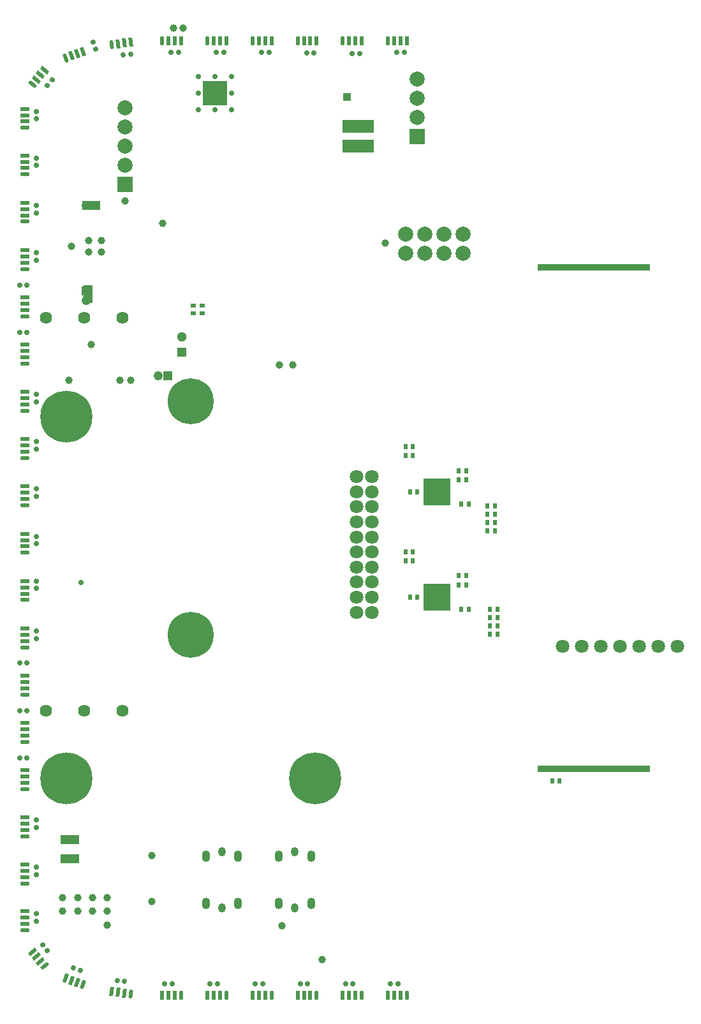
<source format=gbs>
G04*
<<<<<<< HEAD
G04 #@! TF.GenerationSoftware,Altium Limited,Altium Designer,24.2.2 (26)*
=======
G04 #@! TF.GenerationSoftware,Altium Limited,Altium Designer,25.1.2 (22)*
>>>>>>> 613e14270cc375eb23a491e7e857863a29f37ea3
G04*
G04 Layer_Color=16711935*
%FSLAX43Y43*%
%MOMM*%
G71*
G04*
<<<<<<< HEAD
G04 #@! TF.SameCoordinates,ED9163A0-6DB0-4723-8498-66EEF6ED2332*
=======
G04 #@! TF.SameCoordinates,67307762-3149-45A4-8697-BBC3368EA460*
>>>>>>> 613e14270cc375eb23a491e7e857863a29f37ea3
G04*
G04*
G04 #@! TF.FilePolarity,Negative*
G04*
G01*
G75*
%ADD20R,3.100X1.700*%
G04:AMPARAMS|DCode=30|XSize=0.6mm|YSize=0.7mm|CornerRadius=0.175mm|HoleSize=0mm|Usage=FLASHONLY|Rotation=180.000|XOffset=0mm|YOffset=0mm|HoleType=Round|Shape=RoundedRectangle|*
%AMROUNDEDRECTD30*
21,1,0.600,0.350,0,0,180.0*
21,1,0.250,0.700,0,0,180.0*
1,1,0.350,-0.125,0.175*
1,1,0.350,0.125,0.175*
1,1,0.350,0.125,-0.175*
1,1,0.350,-0.125,-0.175*
%
%ADD30ROUNDEDRECTD30*%
G04:AMPARAMS|DCode=32|XSize=0.6mm|YSize=0.7mm|CornerRadius=0.175mm|HoleSize=0mm|Usage=FLASHONLY|Rotation=90.000|XOffset=0mm|YOffset=0mm|HoleType=Round|Shape=RoundedRectangle|*
%AMROUNDEDRECTD32*
21,1,0.600,0.350,0,0,90.0*
21,1,0.250,0.700,0,0,90.0*
1,1,0.350,0.175,0.125*
1,1,0.350,0.175,-0.125*
1,1,0.350,-0.175,-0.125*
1,1,0.350,-0.175,0.125*
%
%ADD32ROUNDEDRECTD32*%
%ADD40R,1.200X1.700*%
%ADD41R,0.350X1.600*%
%ADD42R,0.550X1.600*%
%ADD50R,0.600X0.700*%
%ADD51R,0.700X0.600*%
%ADD76C,6.900*%
%ADD77C,2.000*%
%ADD78R,2.000X2.000*%
%ADD79C,1.800*%
%ADD80C,0.950*%
%ADD81R,0.950X0.950*%
%ADD82C,1.300*%
%ADD83R,1.300X1.300*%
%ADD84O,1.000X1.250*%
%ADD85O,1.100X1.500*%
%ADD86C,1.000*%
%ADD87C,1.220*%
%ADD88R,1.220X1.220*%
%ADD89C,0.100*%
%ADD90C,1.624*%
%ADD91R,1.220X1.220*%
%ADD92C,6.100*%
%ADD93C,0.700*%
%ADD184R,1.125X1.125*%
%ADD185R,3.625X3.650*%
%ADD186R,3.200X3.175*%
%ADD187R,1.300X2.375*%
%ADD188R,2.375X1.300*%
%ADD189R,14.950X0.950*%
G04:AMPARAMS|DCode=190|XSize=0.6mm|YSize=0.7mm|CornerRadius=0.175mm|HoleSize=0mm|Usage=FLASHONLY|Rotation=230.000|XOffset=0mm|YOffset=0mm|HoleType=Round|Shape=RoundedRectangle|*
%AMROUNDEDRECTD190*
21,1,0.600,0.350,0,0,230.0*
21,1,0.250,0.700,0,0,230.0*
1,1,0.350,-0.214,0.017*
1,1,0.350,-0.054,0.208*
1,1,0.350,0.214,-0.017*
1,1,0.350,0.054,-0.208*
%
%ADD190ROUNDEDRECTD190*%
G04:AMPARAMS|DCode=191|XSize=0.6mm|YSize=0.7mm|CornerRadius=0.175mm|HoleSize=0mm|Usage=FLASHONLY|Rotation=290.000|XOffset=0mm|YOffset=0mm|HoleType=Round|Shape=RoundedRectangle|*
%AMROUNDEDRECTD191*
21,1,0.600,0.350,0,0,290.0*
21,1,0.250,0.700,0,0,290.0*
1,1,0.350,-0.122,-0.177*
1,1,0.350,-0.207,0.058*
1,1,0.350,0.122,0.177*
1,1,0.350,0.207,-0.058*
%
%ADD191ROUNDEDRECTD191*%
G04:AMPARAMS|DCode=192|XSize=0.6mm|YSize=0.7mm|CornerRadius=0.175mm|HoleSize=0mm|Usage=FLASHONLY|Rotation=187.000|XOffset=0mm|YOffset=0mm|HoleType=Round|Shape=RoundedRectangle|*
%AMROUNDEDRECTD192*
21,1,0.600,0.350,0,0,187.0*
21,1,0.250,0.700,0,0,187.0*
1,1,0.350,-0.145,0.158*
1,1,0.350,0.103,0.189*
1,1,0.350,0.145,-0.158*
1,1,0.350,-0.103,-0.189*
%
%ADD192ROUNDEDRECTD192*%
G04:AMPARAMS|DCode=193|XSize=0.6mm|YSize=0.7mm|CornerRadius=0.175mm|HoleSize=0mm|Usage=FLASHONLY|Rotation=353.000|XOffset=0mm|YOffset=0mm|HoleType=Round|Shape=RoundedRectangle|*
%AMROUNDEDRECTD193*
21,1,0.600,0.350,0,0,353.0*
21,1,0.250,0.700,0,0,353.0*
1,1,0.350,0.103,-0.189*
1,1,0.350,-0.145,-0.158*
1,1,0.350,-0.103,0.189*
1,1,0.350,0.145,0.158*
%
%ADD193ROUNDEDRECTD193*%
G04:AMPARAMS|DCode=194|XSize=0.6mm|YSize=0.7mm|CornerRadius=0.175mm|HoleSize=0mm|Usage=FLASHONLY|Rotation=340.000|XOffset=0mm|YOffset=0mm|HoleType=Round|Shape=RoundedRectangle|*
%AMROUNDEDRECTD194*
21,1,0.600,0.350,0,0,340.0*
21,1,0.250,0.700,0,0,340.0*
1,1,0.350,0.058,-0.207*
1,1,0.350,-0.177,-0.122*
1,1,0.350,-0.058,0.207*
1,1,0.350,0.177,0.122*
%
%ADD194ROUNDEDRECTD194*%
G04:AMPARAMS|DCode=195|XSize=0.6mm|YSize=0.7mm|CornerRadius=0.175mm|HoleSize=0mm|Usage=FLASHONLY|Rotation=310.000|XOffset=0mm|YOffset=0mm|HoleType=Round|Shape=RoundedRectangle|*
%AMROUNDEDRECTD195*
21,1,0.600,0.350,0,0,310.0*
21,1,0.250,0.700,0,0,310.0*
1,1,0.350,-0.054,-0.208*
1,1,0.350,-0.214,-0.017*
1,1,0.350,0.054,0.208*
1,1,0.350,0.214,0.017*
%
%ADD195ROUNDEDRECTD195*%
G04:AMPARAMS|DCode=196|XSize=1.19mm|YSize=0.5mm|CornerRadius=0mm|HoleSize=0mm|Usage=FLASHONLY|Rotation=320.000|XOffset=0mm|YOffset=0mm|HoleType=Round|Shape=Rectangle|*
%AMROTATEDRECTD196*
4,1,4,-0.616,0.191,-0.295,0.574,0.616,-0.191,0.295,-0.574,-0.616,0.191,0.0*
%
%ADD196ROTATEDRECTD196*%

G04:AMPARAMS|DCode=197|XSize=1.19mm|YSize=0.5mm|CornerRadius=0.15mm|HoleSize=0mm|Usage=FLASHONLY|Rotation=320.000|XOffset=0mm|YOffset=0mm|HoleType=Round|Shape=RoundedRectangle|*
%AMROUNDEDRECTD197*
21,1,1.190,0.200,0,0,320.0*
21,1,0.890,0.500,0,0,320.0*
1,1,0.300,0.277,-0.363*
1,1,0.300,-0.405,0.209*
1,1,0.300,-0.277,0.363*
1,1,0.300,0.405,-0.209*
%
%ADD197ROUNDEDRECTD197*%
%ADD198R,0.500X1.190*%
G04:AMPARAMS|DCode=199|XSize=1.19mm|YSize=0.5mm|CornerRadius=0.15mm|HoleSize=0mm|Usage=FLASHONLY|Rotation=90.000|XOffset=0mm|YOffset=0mm|HoleType=Round|Shape=RoundedRectangle|*
%AMROUNDEDRECTD199*
21,1,1.190,0.200,0,0,90.0*
21,1,0.890,0.500,0,0,90.0*
1,1,0.300,0.100,0.445*
1,1,0.300,0.100,-0.445*
1,1,0.300,-0.100,-0.445*
1,1,0.300,-0.100,0.445*
%
%ADD199ROUNDEDRECTD199*%
%ADD200R,1.190X0.500*%
G04:AMPARAMS|DCode=201|XSize=1.19mm|YSize=0.5mm|CornerRadius=0.15mm|HoleSize=0mm|Usage=FLASHONLY|Rotation=0.000|XOffset=0mm|YOffset=0mm|HoleType=Round|Shape=RoundedRectangle|*
%AMROUNDEDRECTD201*
21,1,1.190,0.200,0,0,0.0*
21,1,0.890,0.500,0,0,0.0*
1,1,0.300,0.445,-0.100*
1,1,0.300,-0.445,-0.100*
1,1,0.300,-0.445,0.100*
1,1,0.300,0.445,0.100*
%
%ADD201ROUNDEDRECTD201*%
G04:AMPARAMS|DCode=202|XSize=1.19mm|YSize=0.5mm|CornerRadius=0mm|HoleSize=0mm|Usage=FLASHONLY|Rotation=290.000|XOffset=0mm|YOffset=0mm|HoleType=Round|Shape=Rectangle|*
%AMROTATEDRECTD202*
4,1,4,-0.438,0.474,0.031,0.645,0.438,-0.474,-0.031,-0.645,-0.438,0.474,0.0*
%
%ADD202ROTATEDRECTD202*%

G04:AMPARAMS|DCode=203|XSize=1.19mm|YSize=0.5mm|CornerRadius=0.15mm|HoleSize=0mm|Usage=FLASHONLY|Rotation=290.000|XOffset=0mm|YOffset=0mm|HoleType=Round|Shape=RoundedRectangle|*
%AMROUNDEDRECTD203*
21,1,1.190,0.200,0,0,290.0*
21,1,0.890,0.500,0,0,290.0*
1,1,0.300,0.058,-0.452*
1,1,0.300,-0.246,0.384*
1,1,0.300,-0.058,0.452*
1,1,0.300,0.246,-0.384*
%
%ADD203ROUNDEDRECTD203*%
G04:AMPARAMS|DCode=204|XSize=1.19mm|YSize=0.5mm|CornerRadius=0mm|HoleSize=0mm|Usage=FLASHONLY|Rotation=277.000|XOffset=0mm|YOffset=0mm|HoleType=Round|Shape=Rectangle|*
%AMROTATEDRECTD204*
4,1,4,-0.321,0.560,0.176,0.621,0.321,-0.560,-0.176,-0.621,-0.321,0.560,0.0*
%
%ADD204ROTATEDRECTD204*%

G04:AMPARAMS|DCode=205|XSize=1.19mm|YSize=0.5mm|CornerRadius=0.15mm|HoleSize=0mm|Usage=FLASHONLY|Rotation=277.000|XOffset=0mm|YOffset=0mm|HoleType=Round|Shape=RoundedRectangle|*
%AMROUNDEDRECTD205*
21,1,1.190,0.200,0,0,277.0*
21,1,0.890,0.500,0,0,277.0*
1,1,0.300,-0.045,-0.454*
1,1,0.300,-0.153,0.430*
1,1,0.300,0.045,0.454*
1,1,0.300,0.153,-0.430*
%
%ADD205ROUNDEDRECTD205*%
G04:AMPARAMS|DCode=206|XSize=1.19mm|YSize=0.5mm|CornerRadius=0mm|HoleSize=0mm|Usage=FLASHONLY|Rotation=83.000|XOffset=0mm|YOffset=0mm|HoleType=Round|Shape=Rectangle|*
%AMROTATEDRECTD206*
4,1,4,0.176,-0.621,-0.321,-0.560,-0.176,0.621,0.321,0.560,0.176,-0.621,0.0*
%
%ADD206ROTATEDRECTD206*%

G04:AMPARAMS|DCode=207|XSize=1.19mm|YSize=0.5mm|CornerRadius=0.15mm|HoleSize=0mm|Usage=FLASHONLY|Rotation=83.000|XOffset=0mm|YOffset=0mm|HoleType=Round|Shape=RoundedRectangle|*
%AMROUNDEDRECTD207*
21,1,1.190,0.200,0,0,83.0*
21,1,0.890,0.500,0,0,83.0*
1,1,0.300,0.153,0.430*
1,1,0.300,0.045,-0.454*
1,1,0.300,-0.153,-0.430*
1,1,0.300,-0.045,0.454*
%
%ADD207ROUNDEDRECTD207*%
G04:AMPARAMS|DCode=208|XSize=1.19mm|YSize=0.5mm|CornerRadius=0mm|HoleSize=0mm|Usage=FLASHONLY|Rotation=70.000|XOffset=0mm|YOffset=0mm|HoleType=Round|Shape=Rectangle|*
%AMROTATEDRECTD208*
4,1,4,0.031,-0.645,-0.438,-0.474,-0.031,0.645,0.438,0.474,0.031,-0.645,0.0*
%
%ADD208ROTATEDRECTD208*%

G04:AMPARAMS|DCode=209|XSize=1.19mm|YSize=0.5mm|CornerRadius=0.15mm|HoleSize=0mm|Usage=FLASHONLY|Rotation=70.000|XOffset=0mm|YOffset=0mm|HoleType=Round|Shape=RoundedRectangle|*
%AMROUNDEDRECTD209*
21,1,1.190,0.200,0,0,70.0*
21,1,0.890,0.500,0,0,70.0*
1,1,0.300,0.246,0.384*
1,1,0.300,-0.058,-0.452*
1,1,0.300,-0.246,-0.384*
1,1,0.300,0.058,0.452*
%
%ADD209ROUNDEDRECTD209*%
G04:AMPARAMS|DCode=210|XSize=1.19mm|YSize=0.5mm|CornerRadius=0mm|HoleSize=0mm|Usage=FLASHONLY|Rotation=40.000|XOffset=0mm|YOffset=0mm|HoleType=Round|Shape=Rectangle|*
%AMROTATEDRECTD210*
4,1,4,-0.295,-0.574,-0.616,-0.191,0.295,0.574,0.616,0.191,-0.295,-0.574,0.0*
%
%ADD210ROTATEDRECTD210*%

G04:AMPARAMS|DCode=211|XSize=1.19mm|YSize=0.5mm|CornerRadius=0.15mm|HoleSize=0mm|Usage=FLASHONLY|Rotation=40.000|XOffset=0mm|YOffset=0mm|HoleType=Round|Shape=RoundedRectangle|*
%AMROUNDEDRECTD211*
21,1,1.190,0.200,0,0,40.0*
21,1,0.890,0.500,0,0,40.0*
1,1,0.300,0.405,0.209*
1,1,0.300,-0.277,-0.363*
1,1,0.300,-0.405,-0.209*
1,1,0.300,0.277,0.363*
%
%ADD211ROUNDEDRECTD211*%
D20*
X48300Y118800D02*
D03*
Y116200D02*
D03*
D30*
X53035Y5025D02*
D03*
X52035D02*
D03*
X47035D02*
D03*
X46035D02*
D03*
X41035D02*
D03*
X40035D02*
D03*
X35035D02*
D03*
X34035D02*
D03*
X3775Y91475D02*
D03*
X2775D02*
D03*
X22875Y128575D02*
D03*
X23875D02*
D03*
X29035Y5025D02*
D03*
X28035D02*
D03*
X3775Y97725D02*
D03*
X2775D02*
D03*
X28875Y128575D02*
D03*
X29875D02*
D03*
X23035Y5025D02*
D03*
X22035D02*
D03*
X34875Y128575D02*
D03*
X35875D02*
D03*
X3775Y47570D02*
D03*
X2775D02*
D03*
X40875Y128555D02*
D03*
X41875D02*
D03*
X3775Y41200D02*
D03*
X2775D02*
D03*
X46900Y128425D02*
D03*
X47900D02*
D03*
X3775Y34925D02*
D03*
X2775D02*
D03*
X52875Y128575D02*
D03*
X53875D02*
D03*
D32*
X5025Y13270D02*
D03*
Y14270D02*
D03*
Y69654D02*
D03*
Y70654D02*
D03*
Y19446D02*
D03*
Y20446D02*
D03*
Y75930D02*
D03*
Y76930D02*
D03*
Y25722D02*
D03*
Y26722D02*
D03*
Y82206D02*
D03*
Y83206D02*
D03*
Y63378D02*
D03*
Y64378D02*
D03*
X5050Y57450D02*
D03*
Y58450D02*
D03*
X5025Y50826D02*
D03*
Y51826D02*
D03*
Y101034D02*
D03*
Y102034D02*
D03*
Y107310D02*
D03*
Y108310D02*
D03*
Y113586D02*
D03*
Y114586D02*
D03*
Y119762D02*
D03*
Y120762D02*
D03*
D40*
X46250Y118800D02*
D03*
Y116200D02*
D03*
D41*
X48000Y118800D02*
D03*
Y116200D02*
D03*
D42*
X49500Y118800D02*
D03*
Y116200D02*
D03*
D50*
X74475Y31950D02*
D03*
X73475D02*
D03*
X65200Y51400D02*
D03*
X66200D02*
D03*
X64900Y65100D02*
D03*
X65900D02*
D03*
X65200Y54700D02*
D03*
X66200D02*
D03*
X64900Y68400D02*
D03*
X65900D02*
D03*
X61100Y57900D02*
D03*
X62100D02*
D03*
X61100Y71900D02*
D03*
X62100D02*
D03*
X61400Y54700D02*
D03*
X62400D02*
D03*
X54000Y61100D02*
D03*
X55000D02*
D03*
X61400Y68700D02*
D03*
X62400D02*
D03*
X54000Y75100D02*
D03*
X55000D02*
D03*
X54000Y62300D02*
D03*
X55000D02*
D03*
X66200Y53600D02*
D03*
X65200D02*
D03*
X66200Y52500D02*
D03*
X65200D02*
D03*
X54000Y76300D02*
D03*
X55000D02*
D03*
X65900Y67300D02*
D03*
X64900D02*
D03*
X65900Y66200D02*
D03*
X64900D02*
D03*
X61100Y59200D02*
D03*
X62100D02*
D03*
X61100Y73100D02*
D03*
X62100D02*
D03*
X55600Y56300D02*
D03*
X54600D02*
D03*
X55600Y70300D02*
D03*
X54600D02*
D03*
D51*
X25850Y94975D02*
D03*
Y93975D02*
D03*
X27025Y94975D02*
D03*
Y93975D02*
D03*
D76*
X9018Y80250D02*
D03*
Y32250D02*
D03*
X42000D02*
D03*
D77*
X55525Y125060D02*
D03*
Y122520D02*
D03*
Y119980D02*
D03*
X61620Y101960D02*
D03*
Y104500D02*
D03*
X54000Y101960D02*
D03*
X56540D02*
D03*
X59080D02*
D03*
Y104500D02*
D03*
X56540D02*
D03*
X54000D02*
D03*
X16800Y113660D02*
D03*
Y116200D02*
D03*
Y118740D02*
D03*
Y121280D02*
D03*
D78*
X55525Y117440D02*
D03*
X16800Y111120D02*
D03*
D79*
X90120Y49775D02*
D03*
X87580D02*
D03*
X85040D02*
D03*
X79960D02*
D03*
X82500D02*
D03*
X77420D02*
D03*
X74880D02*
D03*
X47553Y54298D02*
D03*
X49553D02*
D03*
X47553Y56298D02*
D03*
X49553D02*
D03*
X47553Y58298D02*
D03*
X49553D02*
D03*
X47553Y60298D02*
D03*
X49553D02*
D03*
X47553Y62298D02*
D03*
X49553D02*
D03*
X47553Y64298D02*
D03*
X49553D02*
D03*
X47553Y66298D02*
D03*
X49553D02*
D03*
X47553Y68298D02*
D03*
X49553D02*
D03*
X47553Y70298D02*
D03*
X49553D02*
D03*
X47553Y72298D02*
D03*
X49553D02*
D03*
D80*
X76000Y33500D02*
D03*
X75000D02*
D03*
X74000D02*
D03*
X73000D02*
D03*
X72000D02*
D03*
X77000D02*
D03*
X85000D02*
D03*
X84000D02*
D03*
X83000D02*
D03*
X82000D02*
D03*
X81000D02*
D03*
X80000D02*
D03*
X79000D02*
D03*
X78000D02*
D03*
X82000Y100096D02*
D03*
X83000D02*
D03*
X84000D02*
D03*
X85000D02*
D03*
X86000D02*
D03*
X81000D02*
D03*
X73000D02*
D03*
X74000D02*
D03*
X75000D02*
D03*
X76000D02*
D03*
X77000D02*
D03*
X78000D02*
D03*
X79000D02*
D03*
X80000D02*
D03*
D81*
X86000Y33500D02*
D03*
X72000Y100096D02*
D03*
D82*
X24325Y90825D02*
D03*
D83*
Y88825D02*
D03*
D84*
X29655Y22550D02*
D03*
Y15050D02*
D03*
X39330Y22550D02*
D03*
Y15050D02*
D03*
D85*
X31805Y15700D02*
D03*
Y21900D02*
D03*
X27505D02*
D03*
Y15700D02*
D03*
X41480D02*
D03*
Y21900D02*
D03*
X37180D02*
D03*
Y15700D02*
D03*
D86*
X24525Y131850D02*
D03*
X23175D02*
D03*
X11950Y103600D02*
D03*
X13625Y103600D02*
D03*
X11950Y102075D02*
D03*
X13625D02*
D03*
X9325Y85075D02*
D03*
X9650Y102837D02*
D03*
X14400Y16450D02*
D03*
Y14675D02*
D03*
X51325Y103250D02*
D03*
X21800Y105950D02*
D03*
X12300Y89850D02*
D03*
X14400Y12800D02*
D03*
X16800Y108850D02*
D03*
X20300Y15900D02*
D03*
Y22000D02*
D03*
X37650Y12675D02*
D03*
X42975Y8200D02*
D03*
X12442Y14675D02*
D03*
Y16450D02*
D03*
X10483Y14675D02*
D03*
Y16450D02*
D03*
X8525Y14675D02*
D03*
Y16450D02*
D03*
X37300Y87125D02*
D03*
X39075D02*
D03*
X16100Y85075D02*
D03*
X17575D02*
D03*
D87*
X11630Y108275D02*
D03*
X10100Y24125D02*
D03*
X10125Y21575D02*
D03*
X21155Y85650D02*
D03*
X11600Y95670D02*
D03*
D88*
X12900Y108275D02*
D03*
X8830Y24125D02*
D03*
X8855Y21575D02*
D03*
X22425Y85650D02*
D03*
D89*
X19825Y130525D02*
D03*
X11725Y125275D02*
D03*
D90*
X6270Y41195D02*
D03*
X16430D02*
D03*
X11350D02*
D03*
X6270Y93395D02*
D03*
X16430D02*
D03*
X11350D02*
D03*
D91*
X11600Y96940D02*
D03*
D92*
X25509Y51302D02*
D03*
X25509Y82302D02*
D03*
D93*
X26500Y125375D02*
D03*
X28700D02*
D03*
X30900D02*
D03*
X27600Y124275D02*
D03*
X29800D02*
D03*
X26500Y123175D02*
D03*
X28700D02*
D03*
X30900D02*
D03*
X27600Y122075D02*
D03*
X29800D02*
D03*
X26500Y120975D02*
D03*
X28700D02*
D03*
X30900D02*
D03*
X10975Y58250D02*
D03*
X46275Y122650D02*
D03*
D184*
X46263Y122662D02*
D03*
D185*
X58188Y56300D02*
D03*
Y70300D02*
D03*
D186*
X28700Y123162D02*
D03*
D187*
X11875Y96518D02*
D03*
D188*
X12262Y108275D02*
D03*
X9488Y21575D02*
D03*
X9462Y24125D02*
D03*
D189*
X79000Y100096D02*
D03*
X79000Y33500D02*
D03*
D190*
X6482Y124234D02*
D03*
X7125Y125000D02*
D03*
D191*
X12875Y129025D02*
D03*
X12533Y129965D02*
D03*
D192*
X16510Y128233D02*
D03*
X17502Y128355D02*
D03*
D193*
X16720Y5323D02*
D03*
X15727Y5445D02*
D03*
D194*
X10822Y6802D02*
D03*
X9882Y7144D02*
D03*
D195*
X6475Y9375D02*
D03*
X5832Y10141D02*
D03*
D196*
X6085Y126265D02*
D03*
X5545Y125622D02*
D03*
X5005Y124978D02*
D03*
D197*
X4465Y124335D02*
D03*
D198*
X51695Y3500D02*
D03*
X52535Y3500D02*
D03*
X53375Y3500D02*
D03*
X45695Y3500D02*
D03*
X46535Y3500D02*
D03*
X47375Y3500D02*
D03*
X39695Y3500D02*
D03*
X40535Y3500D02*
D03*
X41375Y3500D02*
D03*
X33695Y3500D02*
D03*
X34535Y3500D02*
D03*
X35375Y3500D02*
D03*
X24215Y130100D02*
D03*
X23375Y130100D02*
D03*
X22535Y130100D02*
D03*
X27695Y3500D02*
D03*
X28535Y3500D02*
D03*
X29375Y3500D02*
D03*
X30215Y130100D02*
D03*
X29375Y130100D02*
D03*
X28535Y130100D02*
D03*
X21695Y3500D02*
D03*
X22535Y3500D02*
D03*
X23375Y3500D02*
D03*
X36215Y130100D02*
D03*
X35375Y130100D02*
D03*
X34535Y130100D02*
D03*
X42215Y130100D02*
D03*
X41375Y130100D02*
D03*
X40535Y130100D02*
D03*
X48215Y130100D02*
D03*
X47375Y130100D02*
D03*
X46535Y130100D02*
D03*
X54215Y130100D02*
D03*
X53375Y130100D02*
D03*
X52535Y130100D02*
D03*
D199*
X54215Y3500D02*
D03*
X48215D02*
D03*
X42215D02*
D03*
X36215D02*
D03*
X21695Y130100D02*
D03*
X30215Y3500D02*
D03*
X27695Y130100D02*
D03*
X24215Y3500D02*
D03*
X33695Y130100D02*
D03*
X39695D02*
D03*
X45695D02*
D03*
X51695D02*
D03*
D200*
X3500Y14610D02*
D03*
X3500Y13770D02*
D03*
X3500Y12930D02*
D03*
X3500Y70994D02*
D03*
X3500Y70154D02*
D03*
X3500Y69314D02*
D03*
X3500Y20786D02*
D03*
X3500Y19946D02*
D03*
X3500Y19106D02*
D03*
X3500Y77270D02*
D03*
X3500Y76430D02*
D03*
X3500Y75590D02*
D03*
X3500Y27062D02*
D03*
X3500Y26222D02*
D03*
X3500Y25382D02*
D03*
X3500Y83546D02*
D03*
X3500Y82706D02*
D03*
X3500Y81866D02*
D03*
X3500Y33338D02*
D03*
X3500Y32498D02*
D03*
X3500Y31658D02*
D03*
X3500Y89822D02*
D03*
X3500Y88982D02*
D03*
X3500Y88142D02*
D03*
X3500Y39614D02*
D03*
X3500Y38774D02*
D03*
X3500Y37934D02*
D03*
X3500Y96098D02*
D03*
X3500Y95258D02*
D03*
X3500Y94418D02*
D03*
X3500Y45890D02*
D03*
X3500Y45050D02*
D03*
X3500Y44210D02*
D03*
X3500Y102374D02*
D03*
X3500Y101534D02*
D03*
X3500Y100694D02*
D03*
X3500Y52166D02*
D03*
X3500Y51326D02*
D03*
X3500Y50486D02*
D03*
X3500Y108650D02*
D03*
X3500Y107810D02*
D03*
X3500Y106970D02*
D03*
X3500Y58442D02*
D03*
X3500Y57602D02*
D03*
X3500Y56762D02*
D03*
X3500Y114926D02*
D03*
X3500Y114086D02*
D03*
X3500Y113246D02*
D03*
X3500Y64718D02*
D03*
X3500Y63878D02*
D03*
X3500Y63038D02*
D03*
X3500Y121102D02*
D03*
X3500Y120262D02*
D03*
X3500Y119422D02*
D03*
D201*
X3500Y12090D02*
D03*
Y68474D02*
D03*
Y18266D02*
D03*
Y74750D02*
D03*
Y24542D02*
D03*
Y81026D02*
D03*
Y30818D02*
D03*
Y87302D02*
D03*
Y37094D02*
D03*
Y93578D02*
D03*
Y43370D02*
D03*
Y99854D02*
D03*
Y49646D02*
D03*
Y106130D02*
D03*
Y55922D02*
D03*
Y112406D02*
D03*
Y62198D02*
D03*
Y118582D02*
D03*
D202*
X11234Y128731D02*
D03*
X10445Y128444D02*
D03*
X9655Y128156D02*
D03*
D203*
X8866Y127869D02*
D03*
D204*
X17534Y129953D02*
D03*
X16700Y129850D02*
D03*
X15866Y129748D02*
D03*
D205*
X15032Y129645D02*
D03*
D206*
X15033Y3955D02*
D03*
X15866Y3852D02*
D03*
X16700Y3750D02*
D03*
D207*
X17534Y3648D02*
D03*
D208*
X8866Y5731D02*
D03*
X9655Y5444D02*
D03*
X10445Y5156D02*
D03*
D209*
X11234Y4869D02*
D03*
D210*
X4465Y9265D02*
D03*
X5005Y8622D02*
D03*
X5545Y7978D02*
D03*
D211*
X6085Y7335D02*
D03*
M02*

</source>
